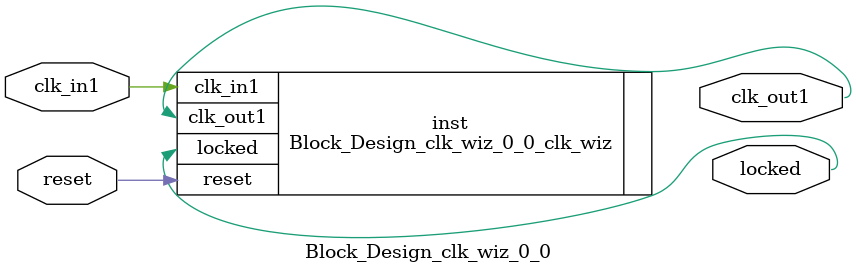
<source format=v>


`timescale 1ps/1ps

(* CORE_GENERATION_INFO = "Block_Design_clk_wiz_0_0,clk_wiz_v6_0_12_0_0,{component_name=Block_Design_clk_wiz_0_0,use_phase_alignment=true,use_min_o_jitter=false,use_max_i_jitter=false,use_dyn_phase_shift=false,use_inclk_switchover=false,use_dyn_reconfig=false,enable_axi=0,feedback_source=FDBK_AUTO,PRIMITIVE=MMCM,num_out_clk=1,clkin1_period=8.000,clkin2_period=10.000,use_power_down=false,use_reset=true,use_locked=true,use_inclk_stopped=false,feedback_type=SINGLE,CLOCK_MGR_TYPE=NA,manual_override=false}" *)

module Block_Design_clk_wiz_0_0 
 (
  // Clock out ports
  output        clk_out1,
  // Status and control signals
  input         reset,
  output        locked,
 // Clock in ports
  input         clk_in1
 );

  Block_Design_clk_wiz_0_0_clk_wiz inst
  (
  // Clock out ports  
  .clk_out1(clk_out1),
  // Status and control signals               
  .reset(reset), 
  .locked(locked),
 // Clock in ports
  .clk_in1(clk_in1)
  );

endmodule

</source>
